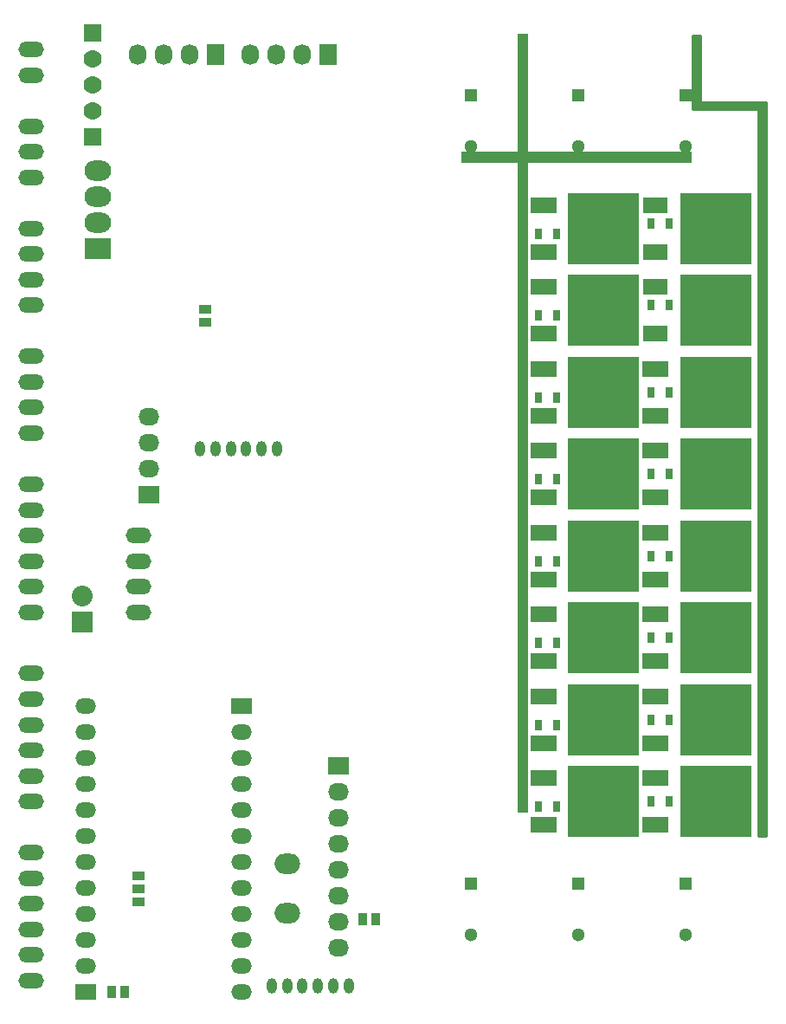
<source format=gbr>
G04 #@! TF.FileFunction,Soldermask,Bot*
%FSLAX46Y46*%
G04 Gerber Fmt 4.6, Leading zero omitted, Abs format (unit mm)*
G04 Created by KiCad (PCBNEW 4.0.6) date 08/07/17 13:50:18*
%MOMM*%
%LPD*%
G01*
G04 APERTURE LIST*
%ADD10C,0.100000*%
%ADD11O,2.500000X1.500000*%
%ADD12O,1.000000X1.524000*%
%ADD13R,1.300000X1.300000*%
%ADD14C,1.300000*%
%ADD15R,0.800000X1.000000*%
%ADD16R,2.499360X1.501140*%
%ADD17R,7.000240X7.000240*%
%ADD18R,2.400000X1.500000*%
%ADD19R,0.965200X1.270000*%
%ADD20R,2.032000X1.727200*%
%ADD21O,2.032000X1.727200*%
%ADD22O,2.499360X1.998980*%
%ADD23R,1.727200X2.032000*%
%ADD24O,1.727200X2.032000*%
%ADD25R,1.270000X0.965200*%
%ADD26R,2.600000X2.000000*%
%ADD27O,2.600000X2.000000*%
%ADD28R,2.032000X1.500000*%
%ADD29O,2.032000X1.500000*%
%ADD30R,2.032000X2.032000*%
%ADD31O,2.032000X2.032000*%
%ADD32C,1.770000*%
%ADD33R,1.770000X1.770000*%
%ADD34C,0.026000*%
%ADD35C,0.254000*%
G04 APERTURE END LIST*
D10*
D11*
X3000000Y-2500000D03*
X3000000Y-5000000D03*
D12*
X34000000Y-94000000D03*
X32500000Y-94000000D03*
X31000000Y-94000000D03*
X29500000Y-94000000D03*
X28000000Y-94000000D03*
X26500000Y-94000000D03*
D13*
X67000000Y-7000000D03*
D14*
X67000000Y-12000000D03*
D12*
X27000000Y-41500000D03*
X25500000Y-41500000D03*
X24000000Y-41500000D03*
X22500000Y-41500000D03*
X21000000Y-41500000D03*
X19500000Y-41500000D03*
D15*
X65400000Y-19500000D03*
X63600000Y-19500000D03*
X52600000Y-20500000D03*
X54400000Y-20500000D03*
X65400000Y-27500000D03*
X63600000Y-27500000D03*
X52600000Y-28500000D03*
X54400000Y-28500000D03*
X65400000Y-36000000D03*
X63600000Y-36000000D03*
X52600000Y-36500000D03*
X54400000Y-36500000D03*
X65400000Y-44000000D03*
X63600000Y-44000000D03*
X52600000Y-44500000D03*
X54400000Y-44500000D03*
X65400000Y-52000000D03*
X63600000Y-52000000D03*
X52600000Y-52500000D03*
X54400000Y-52500000D03*
X65400000Y-60000000D03*
X63600000Y-60000000D03*
X52600000Y-60500000D03*
X54400000Y-60500000D03*
D16*
X53050680Y-22275840D03*
X53050680Y-17724160D03*
D17*
X58949320Y-20000000D03*
D16*
X53050680Y-30275840D03*
X53050680Y-25724160D03*
D17*
X58949320Y-28000000D03*
D16*
X64050680Y-38275840D03*
X64050680Y-33724160D03*
D17*
X69949320Y-36000000D03*
D16*
X53050680Y-38275840D03*
X53050680Y-33724160D03*
D17*
X58949320Y-36000000D03*
D16*
X64050680Y-46275840D03*
X64050680Y-41724160D03*
D17*
X69949320Y-44000000D03*
D16*
X53050680Y-46275840D03*
X53050680Y-41724160D03*
D17*
X58949320Y-44000000D03*
D16*
X64050680Y-54275840D03*
X64050680Y-49724160D03*
D17*
X69949320Y-52000000D03*
D16*
X53050680Y-54275840D03*
X53050680Y-49724160D03*
D17*
X58949320Y-52000000D03*
D16*
X64050680Y-62275840D03*
X64050680Y-57724160D03*
D17*
X69949320Y-60000000D03*
D16*
X53050680Y-62275840D03*
X53050680Y-57724160D03*
D17*
X58949320Y-60000000D03*
D16*
X64050680Y-70275840D03*
X64050680Y-65724160D03*
D17*
X69949320Y-68000000D03*
D16*
X53050680Y-70275840D03*
X53050680Y-65724160D03*
D17*
X58949320Y-68000000D03*
D16*
X64050680Y-78275840D03*
X64050680Y-73724160D03*
D17*
X69949320Y-76000000D03*
D16*
X53050680Y-78275840D03*
X53050680Y-73724160D03*
D17*
X58949320Y-76000000D03*
D15*
X65400000Y-68000000D03*
X63600000Y-68000000D03*
X52600000Y-68500000D03*
X54400000Y-68500000D03*
X65400000Y-76000000D03*
X63600000Y-76000000D03*
X52600000Y-76500000D03*
X54400000Y-76500000D03*
D18*
X64050000Y-22300000D03*
X64050000Y-17700000D03*
D17*
X69949320Y-20000000D03*
D18*
X64050000Y-30300000D03*
X64050000Y-25700000D03*
D17*
X69949320Y-28000000D03*
D19*
X35365000Y-87500000D03*
X36635000Y-87500000D03*
D20*
X33000000Y-72500000D03*
D21*
X33000000Y-75040000D03*
X33000000Y-77580000D03*
X33000000Y-80120000D03*
X33000000Y-82660000D03*
X33000000Y-85200000D03*
X33000000Y-87740000D03*
X33000000Y-90280000D03*
D22*
X28000000Y-86940940D03*
X28000000Y-82059060D03*
D20*
X14500000Y-46000000D03*
D21*
X14500000Y-43460000D03*
X14500000Y-40920000D03*
X14500000Y-38380000D03*
D13*
X67000000Y-84000000D03*
D14*
X67000000Y-89000000D03*
D13*
X46000000Y-7000000D03*
D14*
X46000000Y-12000000D03*
D13*
X46000000Y-84000000D03*
D14*
X46000000Y-89000000D03*
D13*
X56500000Y-84000000D03*
D14*
X56500000Y-89000000D03*
D13*
X56500000Y-7000000D03*
D14*
X56500000Y-12000000D03*
D23*
X21000000Y-3000000D03*
D24*
X18460000Y-3000000D03*
X15920000Y-3000000D03*
X13380000Y-3000000D03*
D23*
X32000000Y-3000000D03*
D24*
X29460000Y-3000000D03*
X26920000Y-3000000D03*
X24380000Y-3000000D03*
D25*
X13500000Y-83230000D03*
X13500000Y-84500000D03*
X13500000Y-85770000D03*
D26*
X9500000Y-22000000D03*
D27*
X9500000Y-19460000D03*
X9500000Y-16920000D03*
X9500000Y-14380000D03*
D19*
X10810000Y-94615000D03*
X12080000Y-94615000D03*
D28*
X8270000Y-94615000D03*
D29*
X8270000Y-92075000D03*
X8270000Y-89535000D03*
X8270000Y-86995000D03*
X8270000Y-84455000D03*
X8270000Y-81915000D03*
X8270000Y-79375000D03*
X8270000Y-76835000D03*
X8270000Y-74295000D03*
X8270000Y-71755000D03*
X8270000Y-69215000D03*
X8270000Y-66675000D03*
D28*
X23510000Y-66675000D03*
D29*
X23510000Y-69215000D03*
X23510000Y-71755000D03*
X23510000Y-74295000D03*
X23510000Y-76835000D03*
X23510000Y-79375000D03*
X23510000Y-81915000D03*
X23510000Y-84455000D03*
X23510000Y-86995000D03*
X23510000Y-89535000D03*
X23510000Y-92075000D03*
X23510000Y-94615000D03*
D30*
X8000000Y-58500000D03*
D31*
X8000000Y-55960000D03*
D11*
X13500000Y-50000000D03*
X13500000Y-52500000D03*
X13500000Y-55000000D03*
X13500000Y-57500000D03*
D32*
X9000000Y-3460000D03*
X9000000Y-6000000D03*
X9000000Y-8540000D03*
D33*
X9000000Y-11080000D03*
X9000000Y-920000D03*
D11*
X3000000Y-10000000D03*
X3000000Y-12500000D03*
X3000000Y-15000000D03*
X3000000Y-45000000D03*
X3000000Y-47500000D03*
X3000000Y-50000000D03*
X3000000Y-52500000D03*
X3000000Y-55000000D03*
X3000000Y-57500000D03*
X3000000Y-63500000D03*
X3000000Y-66000000D03*
X3000000Y-68500000D03*
X3000000Y-71000000D03*
X3000000Y-73500000D03*
X3000000Y-76000000D03*
X3000000Y-81000000D03*
X3000000Y-83500000D03*
X3000000Y-86000000D03*
X3000000Y-88500000D03*
X3000000Y-91000000D03*
X3000000Y-93500000D03*
X3000000Y-20000000D03*
X3000000Y-22500000D03*
X3000000Y-25000000D03*
X3000000Y-27500000D03*
X3000000Y-32500000D03*
X3000000Y-35000000D03*
X3000000Y-37500000D03*
X3000000Y-40000000D03*
D25*
X20000000Y-29135000D03*
X20000000Y-27865000D03*
D34*
G36*
X51487000Y-12500000D02*
X51488024Y-12505058D01*
X51490935Y-12509319D01*
X51495275Y-12512111D01*
X51500000Y-12513000D01*
X67487000Y-12513000D01*
X67487000Y-13487000D01*
X51500000Y-13487000D01*
X51494942Y-13488024D01*
X51490681Y-13490935D01*
X51487889Y-13495275D01*
X51487000Y-13500000D01*
X51487000Y-76987000D01*
X50513000Y-76987000D01*
X50513000Y-13500000D01*
X50511976Y-13494942D01*
X50509065Y-13490681D01*
X50504725Y-13487889D01*
X50500000Y-13487000D01*
X45013000Y-13487000D01*
X45013000Y-12513000D01*
X50500000Y-12513000D01*
X50505058Y-12511976D01*
X50509319Y-12509065D01*
X50512111Y-12504725D01*
X50513000Y-12500000D01*
X50513000Y-1013000D01*
X51487000Y-1013000D01*
X51487000Y-12500000D01*
X51487000Y-12500000D01*
G37*
X51487000Y-12500000D02*
X51488024Y-12505058D01*
X51490935Y-12509319D01*
X51495275Y-12512111D01*
X51500000Y-12513000D01*
X67487000Y-12513000D01*
X67487000Y-13487000D01*
X51500000Y-13487000D01*
X51494942Y-13488024D01*
X51490681Y-13490935D01*
X51487889Y-13495275D01*
X51487000Y-13500000D01*
X51487000Y-76987000D01*
X50513000Y-76987000D01*
X50513000Y-13500000D01*
X50511976Y-13494942D01*
X50509065Y-13490681D01*
X50504725Y-13487889D01*
X50500000Y-13487000D01*
X45013000Y-13487000D01*
X45013000Y-12513000D01*
X50500000Y-12513000D01*
X50505058Y-12511976D01*
X50509319Y-12509065D01*
X50512111Y-12504725D01*
X50513000Y-12500000D01*
X50513000Y-1013000D01*
X51487000Y-1013000D01*
X51487000Y-12500000D01*
D35*
G36*
X68373000Y-7500000D02*
X68383006Y-7549410D01*
X68411447Y-7591035D01*
X68453841Y-7618315D01*
X68500000Y-7627000D01*
X74873000Y-7627000D01*
X74873000Y-79373000D01*
X74127000Y-79373000D01*
X74127000Y-8500000D01*
X74116994Y-8450590D01*
X74088553Y-8408965D01*
X74046159Y-8381685D01*
X74000000Y-8373000D01*
X67627000Y-8373000D01*
X67627000Y-1127000D01*
X68373000Y-1127000D01*
X68373000Y-7500000D01*
X68373000Y-7500000D01*
G37*
X68373000Y-7500000D02*
X68383006Y-7549410D01*
X68411447Y-7591035D01*
X68453841Y-7618315D01*
X68500000Y-7627000D01*
X74873000Y-7627000D01*
X74873000Y-79373000D01*
X74127000Y-79373000D01*
X74127000Y-8500000D01*
X74116994Y-8450590D01*
X74088553Y-8408965D01*
X74046159Y-8381685D01*
X74000000Y-8373000D01*
X67627000Y-8373000D01*
X67627000Y-1127000D01*
X68373000Y-1127000D01*
X68373000Y-7500000D01*
M02*

</source>
